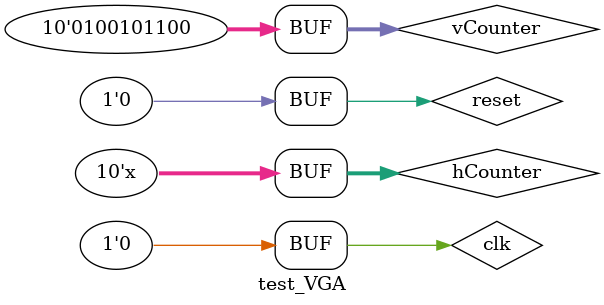
<source format=sv>
module test_VGA ();

	logic clk, reset;
	logic [9:0] vCounter, hCounter;
	logic [18:0] out;

	vga_mem_map DUT(clk, reset, hCounter, vCounter, out);
	
	 initial begin
		reset <= 0; #5; reset <= 1; #5 reset <= 0;#5 hCounter <= 10'b0;#5 vCounter <= 10'd300;
	end
	
	// generate clock to sequence tests
	always begin
		clk <= 1; hCounter <= hCounter + 1; # 5; clk <= 0; # 5;
		
	end


	


endmodule

</source>
